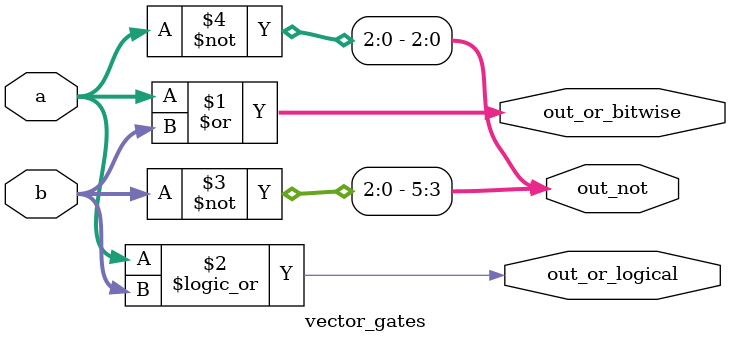
<source format=v>
`default_nettype none

module vector_gates(
    input [2:0] a,
    input [2:0] b,
    output [2:0] out_or_bitwise,
    output out_or_logical,
    output [5:0] out_not
);
    assign out_or_bitwise = a | b; // | is bitwise OR operator 
    assign out_or_logical = a || b; // || is logical OR operator. if all the bits are zero then false else true
    assign out_not[5:3] = ~b;
    assign out_not[2:0] = ~a;
endmodule
</source>
